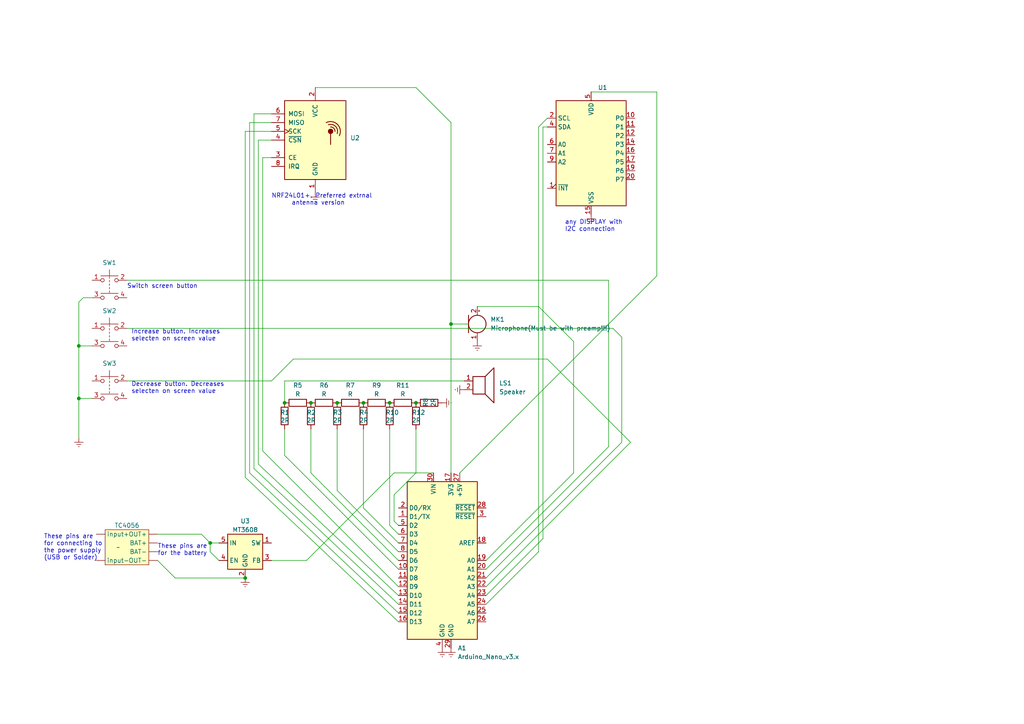
<source format=kicad_sch>
(kicad_sch (version 20230121) (generator eeschema)
  (paper "A4")
  (lib_symbols
    (symbol "Device:Microphone" (pin_names (offset 0.0254) hide)
      (property "Reference" "MK" (at -3.81 1.27 0))
      (property "Value" "Microphone" (at -3.81 -0.635 0))
      (symbol "Microphone_0_1"
        (polyline (pts (xy -2.54 2.54) (xy -2.54 -2.54)) (stroke (width 0.254)))
        (polyline (pts (xy 0.254 3.81) (xy 0.762 3.81)))
        (polyline (pts (xy 0.508 4.064) (xy 0.508 3.556)))
        (circle (center 0 0) (radius 2.54) (stroke (width 0.254)))
      )
      (symbol "Microphone_1_1"
        (pin passive line (at 0 -5.08 90) (length 2.54) (name "-") (number "1"))
        (pin passive line (at 0 5.08 270) (length 2.54) (name "+") (number "2"))
      )
    )
    (symbol "Device:R" (pin_numbers hide) (pin_names (offset 0))
      (property "Reference" "R" (at 2.032 0 90))
      (property "Value" "R" (at 0 0 90))
      (symbol "R_0_1"
        (rectangle (start -1.016 -2.54) (end 1.016 2.54) (stroke (width 0.254)))
      )
      (symbol "R_1_1"
        (pin passive line (at 0 3.81 270) (length 1.27) (name "~") (number "1"))
        (pin passive line (at 0 -3.81 90) (length 1.27) (name "~") (number "2"))
      )
    )
    (symbol "Device:Speaker" (pin_names (offset 0) hide)
      (property "Reference" "LS" (at 1.27 5.715 0))
      (property "Value" "Speaker" (at 1.27 3.81 0))
      (symbol "Speaker_0_0"
        (rectangle (start -2.54 1.27) (end 1.016 -3.81) (stroke (width 0.254)))
        (polyline (pts (xy 1.016 1.27) (xy 3.556 3.81) (xy 3.556 -6.35) (xy 1.016 -3.81)) (stroke (width 0.254)))
      )
      (symbol "Speaker_1_1"
        (pin input line (at -5.08 0 0) (length 2.54) (name "1") (number "1"))
        (pin input line (at -5.08 -2.54 0) (length 2.54) (name "2") (number "2"))
      )
    )
    (symbol "Interface_Expansion:PCF8574TS"
      (property "Reference" "U" (at -8.89 16.51 0))
      (property "Value" "PCF8574TS" (at 3.81 16.51 0))
      (symbol "PCF8574TS_0_1"
        (rectangle (start -10.16 15.24) (end 10.16 -15.24) (stroke (width 0.254)) (fill (type background)))
      )
      (symbol "PCF8574TS_1_1"
        (pin open_collector output_low (at -12.7 -10.16 0) (length 2.54) (name "~{INT}") (number "1"))
        (pin bidirectional line (at 12.7 10.16 180) (length 2.54) (name "P0") (number "10"))
        (pin bidirectional line (at 12.7 7.62 180) (length 2.54) (name "P1") (number "11"))
        (pin bidirectional line (at 12.7 5.08 180) (length 2.54) (name "P2") (number "12"))
        (pin no_connect line (at -10.16 -5.08 0) (length 2.54) hide (name "NC") (number "13"))
        (pin bidirectional line (at 12.7 2.54 180) (length 2.54) (name "P3") (number "14"))
        (pin power_in line (at 0 -17.78 90) (length 2.54) (name "VSS") (number "15"))
        (pin bidirectional line (at 12.7 0 180) (length 2.54) (name "P4") (number "16"))
        (pin bidirectional line (at 12.7 -2.54 180) (length 2.54) (name "P5") (number "17"))
        (pin no_connect line (at -10.16 -7.62 0) (length 2.54) hide (name "NC") (number "18"))
        (pin bidirectional line (at 12.7 -5.08 180) (length 2.54) (name "P6") (number "19"))
        (pin input line (at -12.7 10.16 0) (length 2.54) (name "SCL") (number "2"))
        (pin bidirectional line (at 12.7 -7.62 180) (length 2.54) (name "P7") (number "20"))
        (pin no_connect line (at 10.16 -10.16 180) (length 2.54) hide (name "NC") (number "3"))
        (pin bidirectional line (at -12.7 7.62 0) (length 2.54) (name "SDA") (number "4"))
        (pin power_in line (at 0 17.78 270) (length 2.54) (name "VDD") (number "5"))
        (pin input line (at -12.7 2.54 0) (length 2.54) (name "A0") (number "6"))
        (pin input line (at -12.7 0 0) (length 2.54) (name "A1") (number "7"))
        (pin no_connect line (at 10.16 -12.7 180) (length 2.54) hide (name "NC") (number "8"))
        (pin input line (at -12.7 -2.54 0) (length 2.54) (name "A2") (number "9"))
      )
    )
    (symbol "MCU_Module:Arduino_Nano_v3.x"
      (property "Reference" "A" (at -10.16 23.495 0))
      (property "Value" "Arduino_Nano_v3.x" (at 5.08 -24.13 0))
      (symbol "Arduino_Nano_v3.x_0_1"
        (rectangle (start -10.16 22.86) (end 10.16 -22.86) (stroke (width 0.254)) (fill (type background)))
      )
      (symbol "Arduino_Nano_v3.x_1_1"
        (pin bidirectional line (at -12.7 12.7 0) (length 2.54) (name "D1/TX") (number "1"))
        (pin bidirectional line (at -12.7 -2.54 0) (length 2.54) (name "D7") (number "10"))
        (pin bidirectional line (at -12.7 -5.08 0) (length 2.54) (name "D8") (number "11"))
        (pin bidirectional line (at -12.7 -7.62 0) (length 2.54) (name "D9") (number "12"))
        (pin bidirectional line (at -12.7 -10.16 0) (length 2.54) (name "D10") (number "13"))
        (pin bidirectional line (at -12.7 -12.7 0) (length 2.54) (name "D11") (number "14"))
        (pin bidirectional line (at -12.7 -15.24 0) (length 2.54) (name "D12") (number "15"))
        (pin bidirectional line (at -12.7 -17.78 0) (length 2.54) (name "D13") (number "16"))
        (pin power_out line (at 2.54 25.4 270) (length 2.54) (name "3V3") (number "17"))
        (pin input line (at 12.7 5.08 180) (length 2.54) (name "AREF") (number "18"))
        (pin bidirectional line (at 12.7 0 180) (length 2.54) (name "A0") (number "19"))
        (pin bidirectional line (at -12.7 15.24 0) (length 2.54) (name "D0/RX") (number "2"))
        (pin bidirectional line (at 12.7 -2.54 180) (length 2.54) (name "A1") (number "20"))
        (pin bidirectional line (at 12.7 -5.08 180) (length 2.54) (name "A2") (number "21"))
        (pin bidirectional line (at 12.7 -7.62 180) (length 2.54) (name "A3") (number "22"))
        (pin bidirectional line (at 12.7 -10.16 180) (length 2.54) (name "A4") (number "23"))
        (pin bidirectional line (at 12.7 -12.7 180) (length 2.54) (name "A5") (number "24"))
        (pin bidirectional line (at 12.7 -15.24 180) (length 2.54) (name "A6") (number "25"))
        (pin bidirectional line (at 12.7 -17.78 180) (length 2.54) (name "A7") (number "26"))
        (pin power_out line (at 5.08 25.4 270) (length 2.54) (name "+5V") (number "27"))
        (pin input line (at 12.7 15.24 180) (length 2.54) (name "~{RESET}") (number "28"))
        (pin power_in line (at 2.54 -25.4 90) (length 2.54) (name "GND") (number "29"))
        (pin input line (at 12.7 12.7 180) (length 2.54) (name "~{RESET}") (number "3"))
        (pin power_in line (at -2.54 25.4 270) (length 2.54) (name "VIN") (number "30"))
        (pin power_in line (at 0 -25.4 90) (length 2.54) (name "GND") (number "4"))
        (pin bidirectional line (at -12.7 10.16 0) (length 2.54) (name "D2") (number "5"))
        (pin bidirectional line (at -12.7 7.62 0) (length 2.54) (name "D3") (number "6"))
        (pin bidirectional line (at -12.7 5.08 0) (length 2.54) (name "D4") (number "7"))
        (pin bidirectional line (at -12.7 2.54 0) (length 2.54) (name "D5") (number "8"))
        (pin bidirectional line (at -12.7 0 0) (length 2.54) (name "D6") (number "9"))
      )
    )
    (symbol "RF:NRF24L01_Breakout" (pin_names (offset 1.016))
      (property "Reference" "U" (at -8.89 12.7 0))
      (property "Value" "NRF24L01_Breakout" (at 3.81 12.7 0))
      (symbol "NRF24L01_Breakout_0_1"
        (rectangle (start -8.89 11.43) (end 8.89 -11.43) (stroke (width 0.254)) (fill (type background)))
        (polyline (pts (xy 4.445 1.905) (xy 4.445 -1.27)) (stroke (width 0.254)))
        (circle (center 4.445 2.54) (radius 0.635) (stroke (width 0.254)) (fill (type outline)))
        (arc (start 5.715 2.54) (mid 5.3521 3.4546) (end 4.445 3.81) (stroke (width 0.254)))
        (arc (start 6.35 1.905) (mid 5.8763 3.9854) (end 3.81 4.445) (stroke (width 0.254)))
        (arc (start 6.985 1.27) (mid 6.453 4.548) (end 3.175 5.08) (stroke (width 0.254)))
      )
      (symbol "NRF24L01_Breakout_1_1"
        (pin power_in line (at 0 -15.24 90) (length 3.81) (name "GND") (number "1"))
        (pin power_in line (at 0 15.24 270) (length 3.81) (name "VCC") (number "2"))
        (pin input line (at -12.7 -5.08 0) (length 3.81) (name "CE") (number "3"))
        (pin input line (at -12.7 0 0) (length 3.81) (name "~{CSN}") (number "4"))
        (pin input clock (at -12.7 2.54 0) (length 3.81) (name "SCK") (number "5"))
        (pin input line (at -12.7 7.62 0) (length 3.81) (name "MOSI") (number "6"))
        (pin output line (at -12.7 5.08 0) (length 3.81) (name "MISO") (number "7"))
        (pin output line (at -12.7 -7.62 0) (length 3.81) (name "IRQ") (number "8"))
      )
    )
    (symbol "Regulator_Switching:MT3608"
      (property "Reference" "U" (at -2.54 8.89 0))
      (property "Value" "MT3608" (at -3.81 6.35 0))
      (symbol "MT3608_0_1"
        (rectangle (start -5.08 5.08) (end 5.08 -5.08) (stroke (width 0.254)) (fill (type background)))
      )
      (symbol "MT3608_1_1"
        (pin passive line (at 7.62 2.54 180) (length 2.54) (name "SW") (number "1"))
        (pin power_in line (at 0 -7.62 90) (length 2.54) (name "GND") (number "2"))
        (pin input line (at 7.62 -2.54 180) (length 2.54) (name "FB") (number "3"))
        (pin input line (at -7.62 -2.54 0) (length 2.54) (name "EN") (number "4"))
        (pin power_in line (at -7.62 2.54 0) (length 2.54) (name "IN") (number "5"))
        (pin no_connect line (at 5.08 0 180) (length 2.54) hide (name "NC") (number "6"))
      )
    )
    (symbol "Switch:SW_Push_Dual" (pin_names (offset 1.016) hide)
      (property "Reference" "SW" (at 1.27 2.54 0))
      (property "Value" "SW_Push_Dual" (at 0 -6.858 0))
      (symbol "SW_Push_Dual_0_1"
        (circle (center -2.032 -5.08) (radius 0.508))
        (circle (center -2.032 0) (radius 0.508))
        (polyline (pts (xy 0 -3.048) (xy 0 -3.556)))
        (polyline (pts (xy 0 -2.032) (xy 0 -2.54)))
        (polyline (pts (xy 0 -1.524) (xy 0 -1.016)))
        (polyline (pts (xy 0 -0.508) (xy 0 0)))
        (polyline (pts (xy 0 0.508) (xy 0 1.016)))
        (polyline (pts (xy 0 1.27) (xy 0 3.048)))
        (polyline (pts (xy 2.54 -3.81) (xy -2.54 -3.81)))
        (polyline (pts (xy 2.54 1.27) (xy -2.54 1.27)))
        (circle (center 2.032 -5.08) (radius 0.508))
        (circle (center 2.032 0) (radius 0.508))
        (pin passive line (at -5.08 0 0) (length 2.54) (name "1") (number "1"))
        (pin passive line (at 5.08 0 180) (length 2.54) (name "2") (number "2"))
        (pin passive line (at -5.08 -5.08 0) (length 2.54) (name "3") (number "3"))
        (pin passive line (at 5.08 -5.08 180) (length 2.54) (name "4") (number "4"))
      )
    )
    (symbol "from_internet:tc4056"
      (property "Reference" "TC4056" (at -1.27 0 0))
      (symbol "tc4056_1_1"
        (rectangle (start -5.08 5.08) (end 7.62 -5.08) (fill (type background)))
        (pin bidirectional line (at 10.16 1.27 180) (length 2.54) (name "BAT+") (number ""))
        (pin bidirectional line (at 10.16 -1.27 180) (length 2.54) (name "BAT-") (number ""))
        (pin output line (at 10.16 3.81 180) (length 2.54) (name "OUT+") (number ""))
        (pin output line (at 10.16 -3.81 180) (length 2.54) (name "OUT-") (number ""))
        (pin input line (at -7.62 3.81 0) (length 2.54) (name "input+") (number ""))
        (pin input line (at -7.62 -3.81 0) (length 2.54) (name "input-") (number ""))
      )
    )
    (symbol "power:Earth" (power) (pin_names (offset 0))
      (symbol "Earth_0_1"
        (polyline (pts (xy -0.635 -1.905) (xy 0.635 -1.905)))
        (polyline (pts (xy -0.127 -2.54) (xy 0.127 -2.54)))
        (polyline (pts (xy 0 -1.27) (xy 0 0)))
        (polyline (pts (xy 1.27 -1.27) (xy -1.27 -1.27)))
      )
      (symbol "Earth_1_1"
        (pin power_in line (at 0 0 270) (length 0) hide (name "Earth") (number "1"))
      )
    )
  )
  (junction (at 120.65 116.84))
  (junction (at 90.17 116.84))
  (junction (at 82.55 116.84))
  (junction (at 22.86 115.57))
  (junction (at 97.79 116.84))
  (junction (at 113.03 116.84))
  (junction (at 71.12 167.64))
  (junction (at 130.81 93.98))
  (junction (at 22.86 100.33))
  (junction (at 60.96 157.48))
  (junction (at 105.41 116.84))
  (wire (pts (xy 114.3 137.16) (xy 125.73 137.16)))
  (wire (pts (xy 45.72 154.94) (xy 58.42 154.94)))
  (wire (pts (xy 113.03 124.46) (xy 113.03 152.4)))
  (wire (pts (xy 114.3 151.13) (xy 115.57 152.4)))
  (wire (pts (xy 72.39 35.56) (xy 72.39 137.16)))
  (wire (pts (xy 157.48 36.83) (xy 158.75 36.83)))
  (wire (pts (xy 156.21 36.83) (xy 158.75 34.29)))
  (wire (pts (xy 166.37 99.06) (xy 166.37 137.16)))
  (wire (pts (xy 73.66 33.02) (xy 73.66 135.89)))
  (wire (pts (xy 171.45 26.67) (xy 190.5 26.67)))
  (wire (pts (xy 180.34 128.27) (xy 140.97 167.64)))
  (wire (pts (xy 78.74 162.56) (xy 88.9 162.56)))
  (wire (pts (xy 105.41 147.32) (xy 115.57 157.48)))
  (wire (pts (xy 82.55 110.49) (xy 134.62 110.49)))
  (wire (pts (xy 76.2 45.72) (xy 76.2 130.81)))
  (wire (pts (xy 120.65 124.46) (xy 120.65 137.16)))
  (wire (pts (xy 90.17 137.16) (xy 115.57 162.56)))
  (wire (pts (xy 120.65 137.16) (xy 114.3 143.51)))
  (wire (pts (xy 113.03 152.4) (xy 115.57 154.94)))
  (wire (pts (xy 166.37 137.16) (xy 140.97 162.56)))
  (wire (pts (xy 22.86 115.57) (xy 26.67 115.57)))
  (wire (pts (xy 50.8 167.64) (xy 45.72 162.56)))
  (wire (pts (xy 74.93 134.62) (xy 115.57 172.72)))
  (wire (pts (xy 140.97 175.26) (xy 156.21 160.02)))
  (wire (pts (xy 22.86 87.63) (xy 22.86 100.33)))
  (wire (pts (xy 138.43 88.9) (xy 156.21 88.9)))
  (wire (pts (xy 97.79 124.46) (xy 97.79 142.24)))
  (wire (pts (xy 58.42 154.94) (xy 60.96 157.48)))
  (wire (pts (xy 72.39 35.56) (xy 78.74 35.56)))
  (wire (pts (xy 22.86 115.57) (xy 22.86 127)))
  (wire (pts (xy 76.2 45.72) (xy 78.74 45.72)))
  (wire (pts (xy 36.83 81.28) (xy 176.53 81.28)))
  (wire (pts (xy 91.44 25.4) (xy 120.65 25.4)))
  (wire (pts (xy 82.55 110.49) (xy 82.55 116.84)))
  (wire (pts (xy 73.66 33.02) (xy 78.74 33.02)))
  (wire (pts (xy 76.2 130.81) (xy 115.57 170.18)))
  (wire (pts (xy 130.81 93.98) (xy 135.89 93.98)))
  (wire (pts (xy 105.41 124.46) (xy 105.41 147.32)))
  (wire (pts (xy 180.34 97.79) (xy 180.34 128.27)))
  (wire (pts (xy 130.81 93.98) (xy 130.81 35.56)))
  (wire (pts (xy 157.48 36.83) (xy 157.48 156.21)))
  (wire (pts (xy 90.17 124.46) (xy 90.17 137.16)))
  (wire (pts (xy 22.86 100.33) (xy 22.86 115.57)))
  (wire (pts (xy 130.81 35.56) (xy 120.65 25.4)))
  (wire (pts (xy 114.3 143.51) (xy 114.3 151.13)))
  (wire (pts (xy 177.8 95.25) (xy 180.34 97.79)))
  (wire (pts (xy 71.12 38.1) (xy 78.74 38.1)))
  (wire (pts (xy 130.81 137.16) (xy 130.81 93.98)))
  (wire (pts (xy 176.53 129.54) (xy 140.97 165.1)))
  (wire (pts (xy 82.55 124.46) (xy 82.55 132.08)))
  (wire (pts (xy 60.96 157.48) (xy 60.96 160.02)))
  (wire (pts (xy 85.09 104.14) (xy 158.75 104.14)))
  (wire (pts (xy 72.39 137.16) (xy 115.57 177.8)))
  (wire (pts (xy 182.88 128.27) (xy 140.97 170.18)))
  (wire (pts (xy 22.86 100.33) (xy 26.67 100.33)))
  (wire (pts (xy 97.79 142.24) (xy 115.57 160.02)))
  (wire (pts (xy 71.12 38.1) (xy 71.12 138.43)))
  (wire (pts (xy 73.66 135.89) (xy 115.57 175.26)))
  (wire (pts (xy 71.12 138.43) (xy 115.57 180.34)))
  (wire (pts (xy 176.53 81.28) (xy 176.53 129.54)))
  (wire (pts (xy 156.21 88.9) (xy 166.37 99.06)))
  (wire (pts (xy 82.55 132.08) (xy 115.57 165.1)))
  (wire (pts (xy 71.12 167.64) (xy 50.8 167.64)))
  (wire (pts (xy 60.96 157.48) (xy 63.5 157.48)))
  (wire (pts (xy 88.9 162.56) (xy 114.3 137.16)))
  (wire (pts (xy 158.75 104.14) (xy 182.88 128.27)))
  (wire (pts (xy 26.67 86.36) (xy 24.13 86.36)))
  (wire (pts (xy 74.93 40.64) (xy 74.93 134.62)))
  (wire (pts (xy 157.48 156.21) (xy 140.97 172.72)))
  (wire (pts (xy 190.5 80.01) (xy 133.35 137.16)))
  (wire (pts (xy 60.96 160.02) (xy 63.5 162.56)))
  (wire (pts (xy 78.74 110.49) (xy 85.09 104.14)))
  (wire (pts (xy 190.5 26.67) (xy 190.5 80.01)))
  (wire (pts (xy 36.83 110.49) (xy 78.74 110.49)))
  (wire (pts (xy 36.83 95.25) (xy 177.8 95.25)))
  (wire (pts (xy 74.93 40.64) (xy 78.74 40.64)))
  (wire (pts (xy 156.21 36.83) (xy 156.21 160.02)))
  (wire (pts (xy 24.13 86.36) (xy 22.86 87.63)))
  (text "These pins are\nfor connecting to\nthe power supply\n(USB or Solder)" (at 12.7 162.56 0) (effects (font (size 1.27 1.27)) (justify left bottom)))
  (text "NRF24L01+. Preferred extrnal\n      antenna version" (at 78.74 59.69 0) (effects (font (size 1.27 1.27)) (justify left bottom)))
  (text "Switch screen button" (at 36.83 83.82 0) (effects (font (size 1.27 1.27)) (justify left bottom)))
  (text "Decrease button. Decreases\nselecten on screen value" (at 38.1 114.3 0) (effects (font (size 1.27 1.27)) (justify left bottom)))
  (text "Increase button. Increases\nselecten on screen value" (at 38.1 99.06 0) (effects (font (size 1.27 1.27)) (justify left bottom)))
  (text "These pins are\nfor the battery" (at 45.72 161.29 0) (effects (font (size 1.27 1.27)) (justify left bottom)))
  (text "any DISPLAY with\nI2C connection" (at 163.83 67.31 0) (effects (font (size 1.27 1.27)) (justify left bottom)))
  (symbol (lib_id "Device:R") (at 97.79 120.65 0) (unit 1)
    (property "Reference" "R3" (at 96.566 119.616 0) (effects (justify left)))
    (property "Value" "2R" (at 96.52 121.92 0) (effects (justify left)))
  )
  (symbol (lib_id "Interface_Expansion:PCF8574TS") (at 171.45 44.45 0) (unit 1)
    (property "Reference" "U1" (at 173.4059 25.4 0) (effects (justify left)))
    (property "Value" "PCF8574TS" (effects hide))
    (property "Footprint" "Package_SO:SSOP-20_4.4x6.5mm_P0.65mm" (effects hide))
    (property "Datasheet" "http://www.nxp.com/documents/data_sheet/PCF8574_PCF8574A.pdf" (effects hide))
  )
  (symbol (lib_id "Device:R") (at 116.84 116.84 90) (unit 1)
    (property "Reference" "R11" (at 116.84 111.76 90))
    (property "Value" "R" (at 116.84 114.3 90))
  )
  (symbol (lib_id "RF:NRF24L01_Breakout") (at 91.44 40.64 0) (unit 1)
    (property "Reference" "U2" (at 101.6 40.005 0) (effects (justify left)))
    (property "Value" "NRF24L01_Breakout" (effects hide))
    (property "Footprint" "RF_Module:nRF24L01_Breakout" (effects hide))
    (property "Datasheet" "http://www.nordicsemi.com/eng/content/download/2730/34105/file/nRF24L01_Product_Specification_v2_0.pdf" (effects hide))
  )
  (symbol (lib_id "Switch:SW_Push_Dual") (at 31.75 110.49 0) (unit 1)
    (property "Reference" "SW3" (at 31.75 105.41 0))
    (property "Value" "SW_Push_Dual" (effects hide))
  )
  (symbol (lib_id "Device:R") (at 93.98 116.84 90) (unit 1)
    (property "Reference" "R6" (at 93.98 111.76 90))
    (property "Value" "R" (at 93.98 114.3 90))
  )
  (symbol (lib_id "power:Earth") (at 171.45 62.23 0) (unit 1)
    (property "Reference" "#PWR03" (effects hide))
    (property "Value" "Earth" (effects hide))
  )
  (symbol (lib_id "Device:Microphone") (at 138.43 93.98 0) (unit 1)
    (property "Reference" "MK1" (at 142.24 92.6465 0) (effects (justify left)))
    (property "Value" "Microphone(Must be with preamp!!!)" (at 142.24 95.1865 0) (effects (justify left)))
  )
  (symbol (lib_id "Device:R") (at 86.36 116.84 90) (unit 1)
    (property "Reference" "R5" (at 86.36 111.76 90))
    (property "Value" "R" (at 86.36 114.3 90))
  )
  (symbol (lib_id "Switch:SW_Push_Dual") (at 31.75 81.28 0) (unit 1)
    (property "Reference" "SW1" (at 31.75 76.2 0))
    (property "Value" "SW_Push_Dual" (effects hide))
  )
  (symbol (lib_id "Device:Speaker") (at 139.7 110.49 0) (unit 1)
    (property "Reference" "LS1" (at 144.78 111.125 0) (effects (justify left)))
    (property "Value" "Speaker" (at 144.78 113.665 0) (effects (justify left)))
  )
  (symbol (lib_id "Device:R") (at 82.55 120.65 0) (unit 1)
    (property "Reference" "R1" (at 81.2682 119.639 0) (effects (justify left)))
    (property "Value" "2R" (at 81.28 121.92 0) (effects (justify left)))
  )
  (symbol (lib_id "Device:R") (at 109.22 116.84 90) (unit 1)
    (property "Reference" "R9" (at 109.22 111.76 90))
    (property "Value" "R" (at 109.22 114.3 90))
  )
  (symbol (lib_id "power:Earth") (at 128.27 187.96 0) (unit 1)
    (property "Reference" "#PWR05" (effects hide))
    (property "Value" "Earth" (effects hide))
  )
  (symbol (lib_id "Device:R") (at 120.65 120.65 0) (unit 1)
    (property "Reference" "R12" (at 119.4434 119.639 0) (effects (justify left)))
    (property "Value" "2R" (at 119.38 121.92 0) (effects (justify left)))
  )
  (symbol (lib_id "power:Earth") (at 130.81 187.96 0) (unit 1)
    (property "Reference" "#PWR06" (effects hide))
    (property "Value" "Earth" (effects hide))
  )
  (symbol (lib_id "Device:R") (at 124.46 116.84 90) (unit 1)
    (property "Reference" "R8" (at 123.449 118.0466 0) (effects (justify left)))
    (property "Value" "2R" (at 125.73 118.11 0) (effects (justify left)))
  )
  (symbol (lib_id "MCU_Module:Arduino_Nano_v3.x") (at 128.27 162.56 0) (unit 1)
    (property "Reference" "A1" (at 132.7659 187.96 0) (effects (justify left)))
    (property "Value" "Arduino_Nano_v3.x" (at 132.7659 190.5 0) (effects (justify left)))
    (property "Footprint" "Module:Arduino_Nano" (effects hide))
    (property "Datasheet" "http://www.mouser.com/pdfdocs/Gravitech_Arduino_Nano3_0.pdf" (effects hide))
  )
  (symbol (lib_id "Regulator_Switching:MT3608") (at 71.12 160.02 0) (unit 1)
    (property "Reference" "U3" (at 71.12 151.13 0))
    (property "Value" "MT3608" (at 71.12 153.67 0))
    (property "Footprint" "Package_TO_SOT_SMD:SOT-23-6" (effects hide))
    (property "Datasheet" "https://www.olimex.com/Products/Breadboarding/BB-PWR-3608/resources/MT3608.pdf" (effects hide))
  )
  (symbol (lib_id "power:Earth") (at 138.43 99.06 0) (unit 1)
    (property "Reference" "#PWR09" (effects hide))
    (property "Value" "Earth" (effects hide))
  )
  (symbol (lib_id "Switch:SW_Push_Dual") (at 31.75 95.25 0) (unit 1)
    (property "Reference" "SW2" (at 31.75 90.17 0))
    (property "Value" "SW_Push_Dual" (effects hide))
  )
  (symbol (lib_id "power:Earth") (at 22.86 127 0) (unit 1)
    (property "Reference" "#PWR01" (effects hide))
    (property "Value" "Earth" (effects hide))
  )
  (symbol (lib_id "Device:R") (at 101.6 116.84 90) (unit 1)
    (property "Reference" "R7" (at 101.6 111.76 90))
    (property "Value" "R" (at 101.6 114.3 90))
  )
  (symbol (lib_id "power:Earth") (at 71.12 167.64 0) (unit 1)
    (property "Reference" "#PWR02" (effects hide))
    (property "Value" "Earth" (effects hide))
  )
  (symbol (lib_id "Device:R") (at 113.03 120.65 0) (unit 1)
    (property "Reference" "R10" (at 111.8234 119.639 0) (effects (justify left)))
    (property "Value" "2R" (at 111.76 121.92 0) (effects (justify left)))
  )
  (symbol (lib_id "power:Earth") (at 134.62 113.03 270) (unit 1)
    (property "Reference" "#PWR08" (effects hide))
    (property "Value" "Earth" (effects hide))
  )
  (symbol (lib_id "Device:R") (at 105.41 120.65 0) (unit 1)
    (property "Reference" "R4" (at 104.2034 119.639 0) (effects (justify left)))
    (property "Value" "2R" (at 104.14 121.92 0) (effects (justify left)))
  )
  (symbol (lib_id "power:Earth") (at 91.44 55.88 0) (unit 1)
    (property "Reference" "#PWR04" (effects hide))
    (property "Value" "Earth" (effects hide))
  )
  (symbol (lib_id "Device:R") (at 90.17 120.65 0) (unit 1)
    (property "Reference" "R2" (at 88.9517 119.6621 0) (effects (justify left)))
    (property "Value" "2R" (at 88.9 121.92 0) (effects (justify left)))
  )
  (symbol (lib_id "from_internet:tc4056") (at 35.56 158.75 0) (unit 1)
    (property "Reference" "TC4056" (at 36.83 152.4 0))
    (property "Value" "~" (at 34.29 158.75 0))
  )
  (symbol (lib_id "power:Earth") (at 128.27 116.84 90) (unit 1)
    (property "Reference" "#PWR07" (effects hide))
    (property "Value" "Earth" (effects hide))
  )
)
</source>
